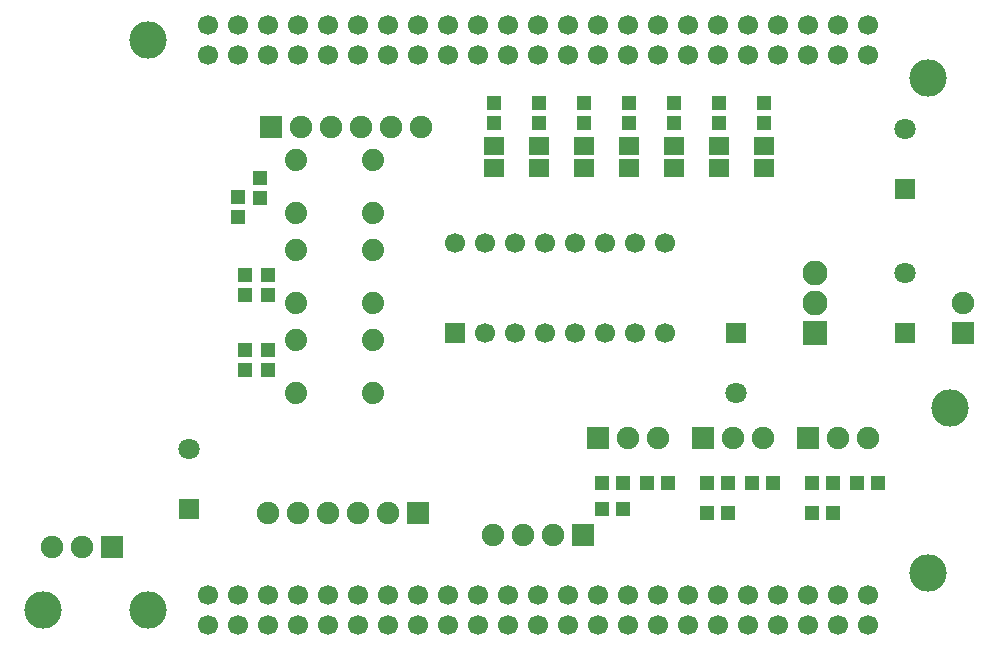
<source format=gbr>
G04 DipTrace 2.4.0.2*
%INTopMask.gbr*%
%MOIN*%
%ADD27R,0.0669X0.0669*%
%ADD28C,0.0669*%
%ADD32C,0.074*%
%ADD33R,0.0748X0.0748*%
%ADD34C,0.0748*%
%ADD36C,0.125*%
%ADD41C,0.0828*%
%ADD42R,0.0828X0.0828*%
%ADD47R,0.0671X0.0592*%
%ADD49R,0.071X0.071*%
%ADD51C,0.071*%
%ADD53R,0.0474X0.0513*%
%ADD55R,0.0513X0.0474*%
%FSLAX44Y44*%
G04*
G70*
G90*
G75*
G01*
%LNTopMask*%
%LPD*%
D55*
X32275Y8940D3*
X31605D3*
X28775D3*
X28105D3*
X25275Y9065D3*
X24605D3*
D53*
X13440Y13690D3*
Y14359D3*
Y16190D3*
Y16859D3*
X13190Y19440D3*
Y20109D3*
D51*
X34688Y21753D3*
D49*
Y19753D3*
D51*
Y16940D3*
D49*
Y14940D3*
D47*
X30003Y20440D3*
Y21188D3*
X28503Y20440D3*
Y21188D3*
X27003Y20440D3*
Y21188D3*
X25503Y20440D3*
Y21188D3*
X24003Y20440D3*
Y21188D3*
X22503Y20440D3*
Y21188D3*
X21003Y20440D3*
Y21188D3*
D33*
X18440Y8940D3*
D34*
X17440D3*
X16440D3*
X15440D3*
X14440D3*
X13440D3*
D33*
X13565Y21815D3*
D34*
X14565D3*
X15565D3*
X16565D3*
X17565D3*
X18565D3*
D33*
X31440Y11440D3*
D34*
X32440D3*
X33440D3*
D33*
X27940D3*
D34*
X28940D3*
X29940D3*
D33*
X24440D3*
D34*
X25440D3*
X26440D3*
D33*
X23940Y8190D3*
D34*
X22940D3*
X21940D3*
X20940D3*
D33*
X36626Y14939D3*
D34*
Y15939D3*
D55*
X32275Y9940D3*
X31605D3*
X33105D3*
X33775D3*
X28775D3*
X28105D3*
X29605D3*
X30275D3*
X25275D3*
X24605D3*
X26105D3*
X26775D3*
D53*
X12690Y14359D3*
Y13690D3*
Y16859D3*
Y16190D3*
X12440Y18815D3*
Y19484D3*
X27003Y21940D3*
Y22609D3*
X28503Y21940D3*
Y22609D3*
X30003Y21940D3*
Y22609D3*
X25503Y21940D3*
Y22609D3*
X21003Y21940D3*
Y22609D3*
X22503Y21940D3*
Y22609D3*
X24003Y21940D3*
Y22609D3*
D28*
X11440Y6190D3*
X12440D3*
X13440D3*
X14440D3*
X15440D3*
X16440D3*
X17440D3*
X18440D3*
X19440D3*
X20440D3*
X21440D3*
X22440D3*
X23440D3*
X24440D3*
X25440D3*
X26440D3*
X27440D3*
X28440D3*
X29440D3*
X30440D3*
X31440D3*
X32440D3*
X33440D3*
Y5190D3*
X32440D3*
X31440D3*
X30440D3*
X29440D3*
X28440D3*
X27440D3*
X26440D3*
X25440D3*
X24440D3*
X23440D3*
X22440D3*
X21440D3*
X20440D3*
X19440D3*
X18440D3*
X17440D3*
X16440D3*
X15440D3*
X14440D3*
X13440D3*
X12440D3*
X11440D3*
Y25190D3*
X12440D3*
X13440D3*
X14440D3*
X15440D3*
X16440D3*
X17440D3*
X18440D3*
X19440D3*
X20440D3*
X21440D3*
X22440D3*
X23440D3*
X24440D3*
X25440D3*
X26440D3*
X27440D3*
X28440D3*
X29440D3*
X30440D3*
X31440D3*
X32440D3*
X33440D3*
Y24190D3*
X32440D3*
X31440D3*
X30440D3*
X29440D3*
X28440D3*
X27440D3*
X26440D3*
X25440D3*
X24440D3*
X23440D3*
X22440D3*
X21440D3*
X20440D3*
X19440D3*
X18440D3*
X17440D3*
X16440D3*
X15440D3*
X14440D3*
X13440D3*
X12440D3*
X11440D3*
D36*
X35440Y23440D3*
Y6940D3*
X9440Y24690D3*
Y5690D3*
D27*
X19690Y14940D3*
D28*
X20690D3*
X21690D3*
X22690D3*
X23690D3*
X24690D3*
X25690D3*
X26690D3*
Y17940D3*
X25690D3*
X24690D3*
X23690D3*
X22690D3*
X21690D3*
X20690D3*
X19690D3*
D32*
X14380Y20720D3*
X16940D3*
X14380Y18940D3*
X16940D3*
X14380Y17720D3*
X16940D3*
X14380Y15940D3*
X16940D3*
X14380Y14720D3*
X16940D3*
X14380Y12940D3*
X16940D3*
D42*
X31688Y14939D3*
D41*
Y15939D3*
Y16939D3*
D33*
X8248Y7814D3*
D34*
X7248D3*
X6248D3*
D51*
X29063Y12939D3*
D49*
Y14939D3*
D51*
X10811Y11064D3*
D49*
Y9064D3*
D36*
X5940Y5690D3*
X36190Y12440D3*
M02*

</source>
